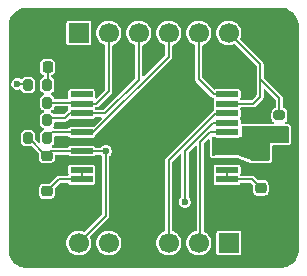
<source format=gbr>
%TF.GenerationSoftware,KiCad,Pcbnew,9.0.2*%
%TF.CreationDate,2025-06-17T22:54:35-04:00*%
%TF.ProjectId,SCH16TBreakout,53434831-3654-4427-9265-616b6f75742e,rev?*%
%TF.SameCoordinates,Original*%
%TF.FileFunction,Copper,L1,Top*%
%TF.FilePolarity,Positive*%
%FSLAX46Y46*%
G04 Gerber Fmt 4.6, Leading zero omitted, Abs format (unit mm)*
G04 Created by KiCad (PCBNEW 9.0.2) date 2025-06-17 22:54:35*
%MOMM*%
%LPD*%
G01*
G04 APERTURE LIST*
G04 Aperture macros list*
%AMRoundRect*
0 Rectangle with rounded corners*
0 $1 Rounding radius*
0 $2 $3 $4 $5 $6 $7 $8 $9 X,Y pos of 4 corners*
0 Add a 4 corners polygon primitive as box body*
4,1,4,$2,$3,$4,$5,$6,$7,$8,$9,$2,$3,0*
0 Add four circle primitives for the rounded corners*
1,1,$1+$1,$2,$3*
1,1,$1+$1,$4,$5*
1,1,$1+$1,$6,$7*
1,1,$1+$1,$8,$9*
0 Add four rect primitives between the rounded corners*
20,1,$1+$1,$2,$3,$4,$5,0*
20,1,$1+$1,$4,$5,$6,$7,0*
20,1,$1+$1,$6,$7,$8,$9,0*
20,1,$1+$1,$8,$9,$2,$3,0*%
G04 Aperture macros list end*
%TA.AperFunction,SMDPad,CuDef*%
%ADD10RoundRect,0.200000X-0.200000X-0.275000X0.200000X-0.275000X0.200000X0.275000X-0.200000X0.275000X0*%
%TD*%
%TA.AperFunction,SMDPad,CuDef*%
%ADD11RoundRect,0.200000X0.200000X0.275000X-0.200000X0.275000X-0.200000X-0.275000X0.200000X-0.275000X0*%
%TD*%
%TA.AperFunction,ComponentPad*%
%ADD12C,3.500000*%
%TD*%
%TA.AperFunction,ComponentPad*%
%ADD13R,1.700000X1.700000*%
%TD*%
%TA.AperFunction,ComponentPad*%
%ADD14C,1.700000*%
%TD*%
%TA.AperFunction,SMDPad,CuDef*%
%ADD15RoundRect,0.225000X-0.250000X0.225000X-0.250000X-0.225000X0.250000X-0.225000X0.250000X0.225000X0*%
%TD*%
%TA.AperFunction,SMDPad,CuDef*%
%ADD16RoundRect,0.200000X0.275000X-0.200000X0.275000X0.200000X-0.275000X0.200000X-0.275000X-0.200000X0*%
%TD*%
%TA.AperFunction,SMDPad,CuDef*%
%ADD17RoundRect,0.225000X0.250000X-0.225000X0.250000X0.225000X-0.250000X0.225000X-0.250000X-0.225000X0*%
%TD*%
%TA.AperFunction,SMDPad,CuDef*%
%ADD18RoundRect,0.218750X-0.218750X-0.256250X0.218750X-0.256250X0.218750X0.256250X-0.218750X0.256250X0*%
%TD*%
%TA.AperFunction,SMDPad,CuDef*%
%ADD19R,1.870000X0.500000*%
%TD*%
%TA.AperFunction,ViaPad*%
%ADD20C,0.600000*%
%TD*%
%TA.AperFunction,Conductor*%
%ADD21C,0.200000*%
%TD*%
G04 APERTURE END LIST*
D10*
%TO.P,R5,1*%
%TO.N,+3V3*%
X24900000Y-55200000D03*
%TO.P,R5,2*%
%TO.N,Net-(D1-A)*%
X26550000Y-55200000D03*
%TD*%
D11*
%TO.P,R4,1*%
%TO.N,/TA9*%
X26550000Y-56700000D03*
%TO.P,R4,2*%
%TO.N,GND*%
X24900000Y-56700000D03*
%TD*%
D12*
%TO.P,H3,1,1*%
%TO.N,GND*%
X45720000Y-50800000D03*
%TD*%
%TO.P,H2,1,1*%
%TO.N,GND*%
X45720000Y-68580000D03*
%TD*%
D10*
%TO.P,R2,1*%
%TO.N,+3V3*%
X24900000Y-59700000D03*
%TO.P,R2,2*%
%TO.N,/RST*%
X26550000Y-59700000D03*
%TD*%
D13*
%TO.P,J1,1,Pin_1*%
%TO.N,unconnected-(J1-Pin_1-Pad1)*%
X29210000Y-50800000D03*
D14*
%TO.P,J1,2,Pin_2*%
%TO.N,/TA9*%
X31750000Y-50800000D03*
%TO.P,J1,3,Pin_3*%
%TO.N,/TA8*%
X34289999Y-50800000D03*
%TO.P,J1,4,Pin_4*%
%TO.N,/RST*%
X36830000Y-50800000D03*
%TO.P,J1,5,Pin_5*%
%TO.N,/MOSI*%
X39370000Y-50800000D03*
%TO.P,J1,6,Pin_6*%
%TO.N,/~{CS}*%
X41910000Y-50800000D03*
%TD*%
D13*
%TO.P,J2,1,Pin_1*%
%TO.N,/DRY*%
X41910000Y-68580000D03*
D14*
%TO.P,J2,2,Pin_2*%
%TO.N,/MISO*%
X39370000Y-68580000D03*
%TO.P,J2,3,Pin_3*%
%TO.N,/SCK*%
X36830001Y-68580000D03*
%TO.P,J2,4,Pin_4*%
%TO.N,GND*%
X34290000Y-68580000D03*
%TO.P,J2,5,Pin_5*%
%TO.N,unconnected-(J2-Pin_5-Pad5)*%
X31750000Y-68580000D03*
%TO.P,J2,6,Pin_6*%
%TO.N,+3V3*%
X29210000Y-68580000D03*
%TD*%
D11*
%TO.P,R3,1*%
%TO.N,/TA8*%
X26550000Y-58200000D03*
%TO.P,R3,2*%
%TO.N,GND*%
X24900000Y-58200000D03*
%TD*%
D15*
%TO.P,C4,1*%
%TO.N,Net-(U1-VREGD)*%
X44610000Y-63925000D03*
%TO.P,C4,2*%
%TO.N,GND*%
X44610000Y-65475000D03*
%TD*%
D16*
%TO.P,R1,1*%
%TO.N,+3V3*%
X46200000Y-59425000D03*
%TO.P,R1,2*%
%TO.N,/~{CS}*%
X46200000Y-57775000D03*
%TD*%
D12*
%TO.P,H1,1,1*%
%TO.N,GND*%
X25400000Y-68580000D03*
%TD*%
D17*
%TO.P,C3,1*%
%TO.N,+3V3*%
X44610000Y-59375000D03*
%TO.P,C3,2*%
%TO.N,GND*%
X44610000Y-57825000D03*
%TD*%
D18*
%TO.P,D1,1,K*%
%TO.N,GND*%
X25000000Y-53700000D03*
%TO.P,D1,2,A*%
%TO.N,Net-(D1-A)*%
X26575000Y-53700000D03*
%TD*%
D15*
%TO.P,C5,1*%
%TO.N,Net-(U1-VREGA)*%
X26500000Y-64200000D03*
%TO.P,C5,2*%
%TO.N,GND*%
X26500000Y-65750000D03*
%TD*%
D12*
%TO.P,H4,1,1*%
%TO.N,GND*%
X25400000Y-50800000D03*
%TD*%
D15*
%TO.P,C2,1*%
%TO.N,+3V3*%
X26500000Y-61175000D03*
%TO.P,C2,2*%
%TO.N,GND*%
X26500000Y-62725000D03*
%TD*%
D19*
%TO.P,U1,1,HEATSINK_1*%
%TO.N,GND*%
X29445000Y-55200000D03*
%TO.P,U1,2,N.C.*%
%TO.N,unconnected-(U1-N.C.-Pad2)*%
X29445000Y-56000000D03*
%TO.P,U1,3,TA9*%
%TO.N,/TA9*%
X29445000Y-56800000D03*
%TO.P,U1,4,TA8*%
%TO.N,/TA8*%
X29445000Y-57600000D03*
%TO.P,U1,5,RESERVED_1*%
%TO.N,GND*%
X29445000Y-58400000D03*
%TO.P,U1,6,EXTRESN*%
%TO.N,/RST*%
X29445000Y-59200000D03*
%TO.P,U1,7,RESERVED_2*%
%TO.N,GND*%
X29445000Y-60000000D03*
%TO.P,U1,8,V3P3_1*%
%TO.N,+3V3*%
X29445000Y-60800000D03*
%TO.P,U1,9,GND_1*%
%TO.N,GND*%
X29445000Y-61600000D03*
%TO.P,U1,10,VREGA2*%
%TO.N,Net-(U1-VREGA)*%
X29445000Y-62400000D03*
%TO.P,U1,11,VREGA*%
X29445000Y-63200000D03*
%TO.P,U1,12,GND_2*%
%TO.N,GND*%
X29445000Y-64000000D03*
%TO.P,U1,13,GND_3*%
X41775000Y-64000000D03*
%TO.P,U1,14,VREGD2*%
%TO.N,Net-(U1-VREGD)*%
X41775000Y-63200000D03*
%TO.P,U1,15,VREGD*%
X41775000Y-62400000D03*
%TO.P,U1,16,GND_4*%
%TO.N,GND*%
X41775000Y-61600000D03*
%TO.P,U1,17,V3P3_2*%
%TO.N,+3V3*%
X41775000Y-60800000D03*
%TO.P,U1,18,VDDIO*%
X41775000Y-60000000D03*
%TO.P,U1,19,MISO*%
%TO.N,/MISO*%
X41775000Y-59200000D03*
%TO.P,U1,20,DRY_SYNC*%
%TO.N,/DRY*%
X41775000Y-58400000D03*
%TO.P,U1,21,SCK*%
%TO.N,/SCK*%
X41775000Y-57600000D03*
%TO.P,U1,22,CS*%
%TO.N,/~{CS}*%
X41775000Y-56800000D03*
%TO.P,U1,23,MOSI*%
%TO.N,/MOSI*%
X41775000Y-56000000D03*
%TO.P,U1,24,HEATSINK_2*%
%TO.N,GND*%
X41775000Y-55200000D03*
%TD*%
D15*
%TO.P,C1,1*%
%TO.N,+3V3*%
X44610000Y-60850000D03*
%TO.P,C1,2*%
%TO.N,GND*%
X44610000Y-62400000D03*
%TD*%
D20*
%TO.N,GND*%
X41900000Y-65000000D03*
X32700000Y-66500000D03*
X45400000Y-57000000D03*
X32600000Y-58400000D03*
X33300000Y-63800000D03*
X27900000Y-57300000D03*
X46900000Y-65900000D03*
X38900000Y-62600000D03*
X28800000Y-53700000D03*
X37500000Y-62400000D03*
X27900000Y-58600000D03*
X23800000Y-58000000D03*
X41800000Y-53700000D03*
X28500000Y-65400000D03*
X27600000Y-62100000D03*
X24500000Y-63400000D03*
%TO.N,+3V3*%
X24000000Y-55100000D03*
X31500000Y-60800000D03*
X43400000Y-60300000D03*
%TO.N,/DRY*%
X38200000Y-65100000D03*
%TD*%
D21*
%TO.N,+3V3*%
X26875000Y-60800000D02*
X26500000Y-61175000D01*
X29210000Y-68580000D02*
X31500000Y-66290000D01*
X26475000Y-61175000D02*
X26500000Y-61175000D01*
X41675000Y-60900000D02*
X41775000Y-60800000D01*
X31500000Y-66290000D02*
X31500000Y-60800000D01*
X24900000Y-59600000D02*
X26475000Y-61175000D01*
X29445000Y-60800000D02*
X31500000Y-60800000D01*
X29445000Y-60800000D02*
X26875000Y-60800000D01*
X24800000Y-55100000D02*
X24900000Y-55200000D01*
X24000000Y-55100000D02*
X24800000Y-55100000D01*
X44509999Y-60800000D02*
X44610000Y-60900001D01*
X44660000Y-59425000D02*
X44610000Y-59375000D01*
%TO.N,Net-(U1-VREGD)*%
X43885000Y-63200000D02*
X44610000Y-63925000D01*
X41775000Y-63200000D02*
X43885000Y-63200000D01*
X41775000Y-63200000D02*
X41775000Y-62400000D01*
%TO.N,Net-(U1-VREGA)*%
X27500000Y-63200000D02*
X29445000Y-63200000D01*
X26500000Y-64200000D02*
X27500000Y-63200000D01*
X29445000Y-63200000D02*
X29445000Y-62400000D01*
%TO.N,Net-(D1-A)*%
X26575000Y-53700000D02*
X26575000Y-55175000D01*
X26575000Y-55175000D02*
X26550000Y-55200000D01*
%TO.N,/~{CS}*%
X46200000Y-56340000D02*
X44560000Y-54700000D01*
X44560000Y-54700000D02*
X44560000Y-53450000D01*
X46200000Y-57775000D02*
X46200000Y-56340000D01*
X44560000Y-56200000D02*
X44560000Y-54700000D01*
X43960000Y-56800000D02*
X41775000Y-56800000D01*
X41910000Y-50800000D02*
X44560000Y-53450000D01*
X44560000Y-56200000D02*
X43960000Y-56800000D01*
%TO.N,/RST*%
X26550000Y-59600000D02*
X26950000Y-59200000D01*
X26950000Y-59200000D02*
X29445000Y-59200000D01*
X36830000Y-50800000D02*
X36830000Y-52802000D01*
X36830000Y-52802000D02*
X30432000Y-59200000D01*
X30432000Y-59200000D02*
X29445000Y-59200000D01*
X29345000Y-59300000D02*
X29445000Y-59200000D01*
%TO.N,/TA9*%
X29445000Y-56800000D02*
X30700000Y-56800000D01*
X31750000Y-55750000D02*
X31750000Y-50800000D01*
X29345000Y-56700000D02*
X29445000Y-56800000D01*
X30700000Y-56800000D02*
X31750000Y-55750000D01*
X26550000Y-56700000D02*
X29345000Y-56700000D01*
%TO.N,/TA8*%
X26751000Y-57999000D02*
X26550000Y-58200000D01*
X28050943Y-57999000D02*
X26751000Y-57999000D01*
X31464900Y-57600000D02*
X29445000Y-57600000D01*
X29445000Y-57600000D02*
X28449943Y-57600000D01*
X34289999Y-50800000D02*
X34289999Y-54774901D01*
X34289999Y-54774901D02*
X31464900Y-57600000D01*
X28449943Y-57600000D02*
X28050943Y-57999000D01*
%TO.N,/MOSI*%
X40640000Y-56000000D02*
X41775000Y-56000000D01*
X39370000Y-54730000D02*
X40640000Y-56000000D01*
X39370000Y-50800000D02*
X39370000Y-54730000D01*
%TO.N,/DRY*%
X38200000Y-60767100D02*
X40567100Y-58400000D01*
X40567100Y-58400000D02*
X41775000Y-58400000D01*
X38200000Y-65100000D02*
X38200000Y-60767100D01*
%TO.N,/SCK*%
X40800000Y-57600000D02*
X41775000Y-57600000D01*
X36830001Y-61569999D02*
X40800000Y-57600000D01*
X36830001Y-68580000D02*
X36830001Y-61569999D01*
%TO.N,/MISO*%
X39370000Y-68580000D02*
X39500000Y-68450000D01*
X39500000Y-68450000D02*
X39500000Y-60034200D01*
X40334200Y-59200000D02*
X41775000Y-59200000D01*
X39500000Y-60034200D02*
X40334200Y-59200000D01*
%TD*%
%TA.AperFunction,Conductor*%
%TO.N,+3V3*%
G36*
X46959191Y-58718907D02*
G01*
X46995155Y-58768407D01*
X47000000Y-58799000D01*
X47000000Y-60001000D01*
X46981093Y-60059191D01*
X46931593Y-60095155D01*
X46901000Y-60100000D01*
X45400000Y-60100000D01*
X45400000Y-60100001D01*
X45400000Y-61501000D01*
X45381093Y-61559191D01*
X45331593Y-61595155D01*
X45301000Y-61600000D01*
X43819065Y-61600000D01*
X43782297Y-61592919D01*
X42897978Y-61239191D01*
X42862971Y-61210814D01*
X42861445Y-61212341D01*
X42854551Y-61205447D01*
X42788233Y-61161134D01*
X42788231Y-61161133D01*
X42788228Y-61161132D01*
X42788227Y-61161132D01*
X42729758Y-61149501D01*
X42729748Y-61149500D01*
X40820252Y-61149500D01*
X40820251Y-61149500D01*
X40820241Y-61149501D01*
X40761772Y-61161132D01*
X40761770Y-61161132D01*
X40761769Y-61161133D01*
X40761767Y-61161133D01*
X40761765Y-61161135D01*
X40728571Y-61183315D01*
X40673569Y-61200000D01*
X40599000Y-61200000D01*
X40540809Y-61181093D01*
X40504845Y-61131593D01*
X40500000Y-61101000D01*
X40500000Y-59699000D01*
X40518907Y-59640809D01*
X40568407Y-59604845D01*
X40599000Y-59600000D01*
X40673569Y-59600000D01*
X40728571Y-59616685D01*
X40749482Y-59630656D01*
X40761769Y-59638867D01*
X40806231Y-59647711D01*
X40820241Y-59650498D01*
X40820246Y-59650498D01*
X40820252Y-59650500D01*
X40820253Y-59650500D01*
X42729747Y-59650500D01*
X42729748Y-59650500D01*
X42788231Y-59638867D01*
X42809517Y-59624643D01*
X42821429Y-59616685D01*
X42876431Y-59600000D01*
X42999999Y-59600000D01*
X43000000Y-59600000D01*
X43000000Y-58799000D01*
X43018907Y-58740809D01*
X43068407Y-58704845D01*
X43099000Y-58700000D01*
X46901000Y-58700000D01*
X46959191Y-58718907D01*
G37*
%TD.AperFunction*%
%TD*%
%TA.AperFunction,Conductor*%
%TO.N,GND*%
G36*
X31125712Y-57919407D02*
G01*
X31161676Y-57968907D01*
X31161676Y-58030093D01*
X31137524Y-58069504D01*
X30485358Y-58721668D01*
X30430842Y-58749445D01*
X30404693Y-58748939D01*
X30404591Y-58749977D01*
X30399749Y-58749500D01*
X30399748Y-58749500D01*
X28490252Y-58749500D01*
X28490251Y-58749500D01*
X28490241Y-58749501D01*
X28431772Y-58761132D01*
X28431766Y-58761134D01*
X28365451Y-58805445D01*
X28365445Y-58805451D01*
X28332002Y-58855502D01*
X28283951Y-58893381D01*
X28249687Y-58899500D01*
X27130899Y-58899500D01*
X27072708Y-58880593D01*
X27036744Y-58831093D01*
X27036744Y-58769907D01*
X27060893Y-58730498D01*
X27078050Y-58713342D01*
X27135646Y-58600304D01*
X27147817Y-58523462D01*
X27150500Y-58506521D01*
X27150500Y-58398500D01*
X27169407Y-58340309D01*
X27218907Y-58304345D01*
X27249500Y-58299500D01*
X28090506Y-58299500D01*
X28090506Y-58299499D01*
X28166932Y-58279021D01*
X28235454Y-58239460D01*
X28291403Y-58183511D01*
X28397920Y-58076992D01*
X28452434Y-58049216D01*
X28487235Y-58049899D01*
X28490252Y-58050500D01*
X28490258Y-58050500D01*
X30399747Y-58050500D01*
X30399748Y-58050500D01*
X30458231Y-58038867D01*
X30524552Y-57994552D01*
X30544780Y-57964278D01*
X30557998Y-57944498D01*
X30606049Y-57906619D01*
X30640313Y-57900500D01*
X31067521Y-57900500D01*
X31125712Y-57919407D01*
G37*
%TD.AperFunction*%
%TA.AperFunction,Conductor*%
G36*
X28272669Y-57019407D02*
G01*
X28308633Y-57068907D01*
X28311575Y-57080184D01*
X28320518Y-57125139D01*
X28321133Y-57128231D01*
X28321134Y-57128232D01*
X28332337Y-57144999D01*
X28348945Y-57203887D01*
X28341392Y-57238109D01*
X28337684Y-57246998D01*
X28321133Y-57271769D01*
X28315461Y-57300281D01*
X28311660Y-57309396D01*
X28297850Y-57325485D01*
X28287488Y-57343987D01*
X28272482Y-57355040D01*
X28271810Y-57355824D01*
X28271232Y-57355961D01*
X28269794Y-57357021D01*
X28265434Y-57359538D01*
X28265431Y-57359540D01*
X27955467Y-57669504D01*
X27900951Y-57697281D01*
X27885464Y-57698500D01*
X27130899Y-57698500D01*
X27072708Y-57679593D01*
X27060901Y-57669509D01*
X26988342Y-57596950D01*
X26988339Y-57596948D01*
X26873058Y-57538209D01*
X26829793Y-57494945D01*
X26820222Y-57434513D01*
X26848000Y-57379996D01*
X26873058Y-57361791D01*
X26975887Y-57309396D01*
X26988342Y-57303050D01*
X27078050Y-57213342D01*
X27135646Y-57100304D01*
X27138226Y-57084013D01*
X27166003Y-57029497D01*
X27220519Y-57001719D01*
X27236007Y-57000500D01*
X28214478Y-57000500D01*
X28272669Y-57019407D01*
G37*
%TD.AperFunction*%
%TA.AperFunction,Conductor*%
G36*
X45029504Y-55594475D02*
G01*
X45870504Y-56435475D01*
X45898281Y-56489992D01*
X45899500Y-56505479D01*
X45899500Y-57088992D01*
X45880593Y-57147183D01*
X45831093Y-57183147D01*
X45815987Y-57186773D01*
X45799699Y-57189352D01*
X45799695Y-57189354D01*
X45686659Y-57246949D01*
X45596949Y-57336659D01*
X45539354Y-57449695D01*
X45524500Y-57543477D01*
X45524500Y-58006520D01*
X45524501Y-58006523D01*
X45539352Y-58100299D01*
X45539354Y-58100304D01*
X45596950Y-58213342D01*
X45686658Y-58303050D01*
X45686660Y-58303051D01*
X45694981Y-58307291D01*
X45738246Y-58350555D01*
X45747817Y-58410987D01*
X45720039Y-58465504D01*
X45665523Y-58493281D01*
X45650036Y-58494500D01*
X43099000Y-58494500D01*
X43066856Y-58497030D01*
X43036273Y-58501873D01*
X43026075Y-58503605D01*
X42965540Y-58494707D01*
X42921796Y-58451927D01*
X42910500Y-58406002D01*
X42910500Y-58130253D01*
X42910498Y-58130241D01*
X42899906Y-58076994D01*
X42898867Y-58071769D01*
X42887663Y-58055002D01*
X42871054Y-57996115D01*
X42887664Y-57944997D01*
X42898867Y-57928231D01*
X42910500Y-57869748D01*
X42910500Y-57330252D01*
X42898867Y-57271769D01*
X42887663Y-57255002D01*
X42880345Y-57229056D01*
X42871050Y-57203762D01*
X42872132Y-57199940D01*
X42871054Y-57196115D01*
X42887732Y-57144895D01*
X42888067Y-57144395D01*
X42936164Y-57106576D01*
X42970313Y-57100500D01*
X43999563Y-57100500D01*
X43999563Y-57100499D01*
X44075989Y-57080021D01*
X44144511Y-57040460D01*
X44200460Y-56984511D01*
X44800460Y-56384511D01*
X44813957Y-56361133D01*
X44840021Y-56315989D01*
X44860500Y-56239562D01*
X44860500Y-55664479D01*
X44879407Y-55606288D01*
X44928907Y-55570324D01*
X44990093Y-55570324D01*
X45029504Y-55594475D01*
G37*
%TD.AperFunction*%
%TA.AperFunction,Conductor*%
G36*
X46263522Y-48660752D02*
G01*
X46290016Y-48662646D01*
X46480577Y-48676276D01*
X46494540Y-48678283D01*
X46703721Y-48723788D01*
X46717261Y-48727764D01*
X46917833Y-48802574D01*
X46930659Y-48808431D01*
X47118545Y-48911024D01*
X47130417Y-48918654D01*
X47301781Y-49046936D01*
X47312456Y-49056185D01*
X47463814Y-49207543D01*
X47473063Y-49218218D01*
X47601345Y-49389582D01*
X47608977Y-49401458D01*
X47711565Y-49589334D01*
X47717429Y-49602174D01*
X47792233Y-49802731D01*
X47796213Y-49816284D01*
X47841714Y-50025449D01*
X47843724Y-50039430D01*
X47859248Y-50256476D01*
X47859500Y-50263539D01*
X47859500Y-69116460D01*
X47859248Y-69123523D01*
X47843724Y-69340569D01*
X47841714Y-69354550D01*
X47796213Y-69563715D01*
X47792233Y-69577268D01*
X47717429Y-69777825D01*
X47711561Y-69790674D01*
X47608982Y-69978534D01*
X47601345Y-69990417D01*
X47473063Y-70161781D01*
X47463814Y-70172456D01*
X47312456Y-70323814D01*
X47301781Y-70333063D01*
X47130417Y-70461345D01*
X47118534Y-70468982D01*
X46930674Y-70571561D01*
X46917825Y-70577429D01*
X46717268Y-70652233D01*
X46703715Y-70656213D01*
X46494550Y-70701714D01*
X46480569Y-70703724D01*
X46263523Y-70719248D01*
X46256460Y-70719500D01*
X24863540Y-70719500D01*
X24856477Y-70719248D01*
X24639430Y-70703724D01*
X24625449Y-70701714D01*
X24416284Y-70656213D01*
X24402731Y-70652233D01*
X24202174Y-70577429D01*
X24189334Y-70571565D01*
X24001458Y-70468977D01*
X23989582Y-70461345D01*
X23818218Y-70333063D01*
X23807543Y-70323814D01*
X23656185Y-70172456D01*
X23646936Y-70161781D01*
X23518654Y-69990417D01*
X23511024Y-69978545D01*
X23408431Y-69790659D01*
X23402574Y-69777833D01*
X23327764Y-69577261D01*
X23323788Y-69563721D01*
X23278283Y-69354540D01*
X23276276Y-69340577D01*
X23260752Y-69123522D01*
X23260500Y-69116460D01*
X23260500Y-63941510D01*
X25824500Y-63941510D01*
X25824500Y-64458489D01*
X25840281Y-64558125D01*
X25840283Y-64558132D01*
X25901470Y-64678217D01*
X25901472Y-64678220D01*
X25996780Y-64773528D01*
X25996782Y-64773529D01*
X26116867Y-64834716D01*
X26116869Y-64834716D01*
X26116874Y-64834719D01*
X26192541Y-64846703D01*
X26216510Y-64850500D01*
X26216512Y-64850500D01*
X26783490Y-64850500D01*
X26804885Y-64847111D01*
X26883126Y-64834719D01*
X27003220Y-64773528D01*
X27098528Y-64678220D01*
X27159719Y-64558126D01*
X27175500Y-64458488D01*
X27175500Y-63990479D01*
X27194407Y-63932288D01*
X27204496Y-63920475D01*
X27595475Y-63529496D01*
X27649992Y-63501719D01*
X27665479Y-63500500D01*
X28249687Y-63500500D01*
X28307878Y-63519407D01*
X28332002Y-63544498D01*
X28365445Y-63594548D01*
X28365448Y-63594552D01*
X28431769Y-63638867D01*
X28464990Y-63645475D01*
X28490241Y-63650498D01*
X28490246Y-63650498D01*
X28490252Y-63650500D01*
X28490253Y-63650500D01*
X30399747Y-63650500D01*
X30399748Y-63650500D01*
X30458231Y-63638867D01*
X30524552Y-63594552D01*
X30568867Y-63528231D01*
X30580500Y-63469748D01*
X30580500Y-62930252D01*
X30568867Y-62871769D01*
X30557663Y-62855001D01*
X30541054Y-62796115D01*
X30557664Y-62744997D01*
X30568867Y-62728231D01*
X30580500Y-62669748D01*
X30580500Y-62130252D01*
X30568867Y-62071769D01*
X30524552Y-62005448D01*
X30524548Y-62005445D01*
X30458233Y-61961134D01*
X30458231Y-61961133D01*
X30458228Y-61961132D01*
X30458227Y-61961132D01*
X30399758Y-61949501D01*
X30399748Y-61949500D01*
X28490252Y-61949500D01*
X28490251Y-61949500D01*
X28490241Y-61949501D01*
X28431772Y-61961132D01*
X28431766Y-61961134D01*
X28365451Y-62005445D01*
X28365445Y-62005451D01*
X28321134Y-62071766D01*
X28321132Y-62071772D01*
X28309501Y-62130241D01*
X28309500Y-62130253D01*
X28309500Y-62669746D01*
X28309501Y-62669758D01*
X28321132Y-62728227D01*
X28321133Y-62728231D01*
X28321134Y-62728232D01*
X28332337Y-62744999D01*
X28339636Y-62770880D01*
X28348944Y-62796101D01*
X28347846Y-62799993D01*
X28348945Y-62803887D01*
X28332343Y-62854991D01*
X28332009Y-62855491D01*
X28283964Y-62893377D01*
X28249687Y-62899500D01*
X27539562Y-62899500D01*
X27460438Y-62899500D01*
X27413661Y-62912033D01*
X27384007Y-62919979D01*
X27315493Y-62959536D01*
X26754525Y-63520504D01*
X26700008Y-63548281D01*
X26684521Y-63549500D01*
X26216510Y-63549500D01*
X26116874Y-63565281D01*
X26116867Y-63565283D01*
X25996782Y-63626470D01*
X25901470Y-63721782D01*
X25840283Y-63841867D01*
X25840281Y-63841874D01*
X25824500Y-63941510D01*
X23260500Y-63941510D01*
X23260500Y-59393477D01*
X24299500Y-59393477D01*
X24299500Y-60006520D01*
X24299501Y-60006523D01*
X24314352Y-60100299D01*
X24314354Y-60100304D01*
X24371950Y-60213342D01*
X24461658Y-60303050D01*
X24574696Y-60360646D01*
X24668481Y-60375500D01*
X25131518Y-60375499D01*
X25184434Y-60367118D01*
X25244864Y-60376689D01*
X25269924Y-60394895D01*
X25795504Y-60920475D01*
X25823281Y-60974992D01*
X25824500Y-60990479D01*
X25824500Y-61433489D01*
X25840281Y-61533125D01*
X25840283Y-61533132D01*
X25901470Y-61653217D01*
X25901472Y-61653220D01*
X25996780Y-61748528D01*
X25996782Y-61748529D01*
X26116867Y-61809716D01*
X26116869Y-61809716D01*
X26116874Y-61809719D01*
X26192541Y-61821703D01*
X26216510Y-61825500D01*
X26216512Y-61825500D01*
X26783490Y-61825500D01*
X26804885Y-61822111D01*
X26883126Y-61809719D01*
X27003220Y-61748528D01*
X27098528Y-61653220D01*
X27159719Y-61533126D01*
X27175500Y-61433488D01*
X27175500Y-61199500D01*
X27194407Y-61141309D01*
X27243907Y-61105345D01*
X27274500Y-61100500D01*
X28249687Y-61100500D01*
X28307878Y-61119407D01*
X28332002Y-61144498D01*
X28347894Y-61168281D01*
X28365448Y-61194552D01*
X28431769Y-61238867D01*
X28476231Y-61247711D01*
X28490241Y-61250498D01*
X28490246Y-61250498D01*
X28490252Y-61250500D01*
X28490253Y-61250500D01*
X30399747Y-61250500D01*
X30399748Y-61250500D01*
X30458231Y-61238867D01*
X30524552Y-61194552D01*
X30557998Y-61144498D01*
X30606049Y-61106619D01*
X30640313Y-61100500D01*
X31051679Y-61100500D01*
X31059276Y-61102968D01*
X31067166Y-61101719D01*
X31087821Y-61112243D01*
X31109870Y-61119407D01*
X31121676Y-61129490D01*
X31170505Y-61178319D01*
X31198281Y-61232834D01*
X31199500Y-61248321D01*
X31199500Y-66124520D01*
X31180593Y-66182711D01*
X31170504Y-66194524D01*
X29760292Y-67604736D01*
X29705775Y-67632513D01*
X29652402Y-67626196D01*
X29516418Y-67569869D01*
X29313467Y-67529500D01*
X29313465Y-67529500D01*
X29106535Y-67529500D01*
X29106532Y-67529500D01*
X28903581Y-67569869D01*
X28712402Y-67649058D01*
X28540348Y-67764020D01*
X28394020Y-67910348D01*
X28279058Y-68082402D01*
X28199869Y-68273581D01*
X28159500Y-68476532D01*
X28159500Y-68683467D01*
X28199869Y-68886418D01*
X28279058Y-69077597D01*
X28307391Y-69120000D01*
X28394023Y-69249655D01*
X28540345Y-69395977D01*
X28712402Y-69510941D01*
X28903580Y-69590130D01*
X29106535Y-69630500D01*
X29106536Y-69630500D01*
X29313464Y-69630500D01*
X29313465Y-69630500D01*
X29516420Y-69590130D01*
X29707598Y-69510941D01*
X29879655Y-69395977D01*
X30025977Y-69249655D01*
X30140941Y-69077598D01*
X30220130Y-68886420D01*
X30260500Y-68683465D01*
X30260500Y-68476535D01*
X30260499Y-68476532D01*
X30699500Y-68476532D01*
X30699500Y-68683467D01*
X30739869Y-68886418D01*
X30819058Y-69077597D01*
X30847391Y-69120000D01*
X30934023Y-69249655D01*
X31080345Y-69395977D01*
X31252402Y-69510941D01*
X31443580Y-69590130D01*
X31646535Y-69630500D01*
X31646536Y-69630500D01*
X31853464Y-69630500D01*
X31853465Y-69630500D01*
X32056420Y-69590130D01*
X32247598Y-69510941D01*
X32419655Y-69395977D01*
X32565977Y-69249655D01*
X32680941Y-69077598D01*
X32760130Y-68886420D01*
X32800500Y-68683465D01*
X32800500Y-68476535D01*
X32800499Y-68476532D01*
X35779501Y-68476532D01*
X35779501Y-68683467D01*
X35819870Y-68886418D01*
X35899059Y-69077597D01*
X35927392Y-69120000D01*
X36014024Y-69249655D01*
X36160346Y-69395977D01*
X36332403Y-69510941D01*
X36523581Y-69590130D01*
X36726536Y-69630500D01*
X36726537Y-69630500D01*
X36933465Y-69630500D01*
X36933466Y-69630500D01*
X37136421Y-69590130D01*
X37327599Y-69510941D01*
X37499656Y-69395977D01*
X37645978Y-69249655D01*
X37760942Y-69077598D01*
X37840131Y-68886420D01*
X37880501Y-68683465D01*
X37880501Y-68476535D01*
X37840131Y-68273580D01*
X37760942Y-68082402D01*
X37645978Y-67910345D01*
X37499656Y-67764023D01*
X37419181Y-67710252D01*
X37327599Y-67649059D01*
X37191614Y-67592731D01*
X37145089Y-67552994D01*
X37130501Y-67501267D01*
X37130501Y-61735478D01*
X37149408Y-61677287D01*
X37159497Y-61665474D01*
X37730496Y-61094475D01*
X37785013Y-61066698D01*
X37845445Y-61076269D01*
X37888710Y-61119534D01*
X37899500Y-61164479D01*
X37899500Y-64651679D01*
X37880593Y-64709870D01*
X37870509Y-64721676D01*
X37818658Y-64773528D01*
X37799497Y-64792689D01*
X37799496Y-64792690D01*
X37733609Y-64906809D01*
X37733608Y-64906814D01*
X37699500Y-65034108D01*
X37699500Y-65165892D01*
X37729579Y-65278151D01*
X37733609Y-65293190D01*
X37799496Y-65407309D01*
X37799498Y-65407311D01*
X37799500Y-65407314D01*
X37892686Y-65500500D01*
X37892688Y-65500501D01*
X37892690Y-65500503D01*
X38006810Y-65566390D01*
X38006808Y-65566390D01*
X38006812Y-65566391D01*
X38006814Y-65566392D01*
X38134108Y-65600500D01*
X38134110Y-65600500D01*
X38265890Y-65600500D01*
X38265892Y-65600500D01*
X38393186Y-65566392D01*
X38393188Y-65566390D01*
X38393190Y-65566390D01*
X38507309Y-65500503D01*
X38507309Y-65500502D01*
X38507314Y-65500500D01*
X38600500Y-65407314D01*
X38666392Y-65293186D01*
X38700500Y-65165892D01*
X38700500Y-65034108D01*
X38666392Y-64906814D01*
X38666390Y-64906811D01*
X38666390Y-64906809D01*
X38600503Y-64792690D01*
X38600501Y-64792688D01*
X38600500Y-64792686D01*
X38529494Y-64721680D01*
X38501719Y-64667166D01*
X38500500Y-64651679D01*
X38500500Y-60932579D01*
X38519407Y-60874388D01*
X38529496Y-60862575D01*
X39030496Y-60361575D01*
X39085013Y-60333798D01*
X39145445Y-60343369D01*
X39188710Y-60386634D01*
X39199500Y-60431579D01*
X39199500Y-67461586D01*
X39180593Y-67519777D01*
X39131093Y-67555741D01*
X39119815Y-67558684D01*
X39063580Y-67569870D01*
X38872402Y-67649058D01*
X38700348Y-67764020D01*
X38554020Y-67910348D01*
X38439058Y-68082402D01*
X38359869Y-68273581D01*
X38319500Y-68476532D01*
X38319500Y-68683467D01*
X38359869Y-68886418D01*
X38439058Y-69077597D01*
X38467391Y-69120000D01*
X38554023Y-69249655D01*
X38700345Y-69395977D01*
X38872402Y-69510941D01*
X39063580Y-69590130D01*
X39266535Y-69630500D01*
X39266536Y-69630500D01*
X39473464Y-69630500D01*
X39473465Y-69630500D01*
X39676420Y-69590130D01*
X39867598Y-69510941D01*
X40039655Y-69395977D01*
X40185977Y-69249655D01*
X40300941Y-69077598D01*
X40380130Y-68886420D01*
X40420500Y-68683465D01*
X40420500Y-68476535D01*
X40380130Y-68273580D01*
X40300941Y-68082402D01*
X40185977Y-67910345D01*
X40039655Y-67764023D01*
X39959182Y-67710253D01*
X40859500Y-67710253D01*
X40859500Y-69449746D01*
X40859501Y-69449758D01*
X40871132Y-69508227D01*
X40871134Y-69508233D01*
X40908207Y-69563715D01*
X40915448Y-69574552D01*
X40981769Y-69618867D01*
X41026231Y-69627711D01*
X41040241Y-69630498D01*
X41040246Y-69630498D01*
X41040252Y-69630500D01*
X41040253Y-69630500D01*
X42779747Y-69630500D01*
X42779748Y-69630500D01*
X42838231Y-69618867D01*
X42904552Y-69574552D01*
X42948867Y-69508231D01*
X42960500Y-69449748D01*
X42960500Y-67710252D01*
X42948867Y-67651769D01*
X42904552Y-67585448D01*
X42904548Y-67585445D01*
X42838233Y-67541134D01*
X42838231Y-67541133D01*
X42838228Y-67541132D01*
X42838227Y-67541132D01*
X42779758Y-67529501D01*
X42779748Y-67529500D01*
X41040252Y-67529500D01*
X41040251Y-67529500D01*
X41040241Y-67529501D01*
X40981772Y-67541132D01*
X40981766Y-67541134D01*
X40915451Y-67585445D01*
X40915445Y-67585451D01*
X40871134Y-67651766D01*
X40871132Y-67651772D01*
X40859501Y-67710241D01*
X40859500Y-67710253D01*
X39959182Y-67710253D01*
X39867598Y-67649059D01*
X39867595Y-67649057D01*
X39861608Y-67646577D01*
X39815085Y-67606837D01*
X39800500Y-67555116D01*
X39800500Y-62130253D01*
X40639500Y-62130253D01*
X40639500Y-62669746D01*
X40639501Y-62669758D01*
X40651132Y-62728227D01*
X40651133Y-62728231D01*
X40651134Y-62728232D01*
X40662337Y-62744999D01*
X40678945Y-62803887D01*
X40662337Y-62855001D01*
X40651134Y-62871767D01*
X40651132Y-62871772D01*
X40639501Y-62930241D01*
X40639500Y-62930250D01*
X40639500Y-63469746D01*
X40639501Y-63469758D01*
X40651132Y-63528227D01*
X40651134Y-63528233D01*
X40676949Y-63566867D01*
X40695448Y-63594552D01*
X40761769Y-63638867D01*
X40794990Y-63645475D01*
X40820241Y-63650498D01*
X40820246Y-63650498D01*
X40820252Y-63650500D01*
X40820253Y-63650500D01*
X42729747Y-63650500D01*
X42729748Y-63650500D01*
X42788231Y-63638867D01*
X42854552Y-63594552D01*
X42874780Y-63564278D01*
X42887998Y-63544498D01*
X42936049Y-63506619D01*
X42970313Y-63500500D01*
X43719521Y-63500500D01*
X43727118Y-63502968D01*
X43735008Y-63501719D01*
X43755663Y-63512243D01*
X43777712Y-63519407D01*
X43789525Y-63529496D01*
X43905504Y-63645475D01*
X43933281Y-63699992D01*
X43934500Y-63715479D01*
X43934500Y-64183489D01*
X43950281Y-64283125D01*
X43950283Y-64283132D01*
X44011470Y-64403217D01*
X44011472Y-64403220D01*
X44106780Y-64498528D01*
X44106782Y-64498529D01*
X44226867Y-64559716D01*
X44226869Y-64559716D01*
X44226874Y-64559719D01*
X44302541Y-64571703D01*
X44326510Y-64575500D01*
X44326512Y-64575500D01*
X44893490Y-64575500D01*
X44914885Y-64572111D01*
X44993126Y-64559719D01*
X44996253Y-64558126D01*
X45004849Y-64553745D01*
X45113220Y-64498528D01*
X45208528Y-64403220D01*
X45269719Y-64283126D01*
X45285500Y-64183488D01*
X45285500Y-63666512D01*
X45269719Y-63566874D01*
X45269716Y-63566869D01*
X45269716Y-63566867D01*
X45208529Y-63446782D01*
X45208528Y-63446780D01*
X45113220Y-63351472D01*
X45113217Y-63351470D01*
X44993132Y-63290283D01*
X44993127Y-63290281D01*
X44993126Y-63290281D01*
X44959913Y-63285020D01*
X44893490Y-63274500D01*
X44893488Y-63274500D01*
X44425479Y-63274500D01*
X44367288Y-63255593D01*
X44355476Y-63245504D01*
X44069513Y-62959542D01*
X44069511Y-62959540D01*
X44018782Y-62930252D01*
X44018763Y-62930241D01*
X44000990Y-62919979D01*
X44000988Y-62919978D01*
X43924564Y-62899500D01*
X43924562Y-62899500D01*
X42970313Y-62899500D01*
X42953660Y-62894089D01*
X42936164Y-62893424D01*
X42925285Y-62884869D01*
X42912122Y-62880593D01*
X42888067Y-62855605D01*
X42887732Y-62855105D01*
X42871050Y-62796238D01*
X42887664Y-62744997D01*
X42898867Y-62728231D01*
X42910500Y-62669748D01*
X42910500Y-62130252D01*
X42898867Y-62071769D01*
X42854552Y-62005448D01*
X42854548Y-62005445D01*
X42788233Y-61961134D01*
X42788231Y-61961133D01*
X42788228Y-61961132D01*
X42788227Y-61961132D01*
X42729758Y-61949501D01*
X42729748Y-61949500D01*
X40820252Y-61949500D01*
X40820251Y-61949500D01*
X40820241Y-61949501D01*
X40761772Y-61961132D01*
X40761766Y-61961134D01*
X40695451Y-62005445D01*
X40695445Y-62005451D01*
X40651134Y-62071766D01*
X40651132Y-62071772D01*
X40639501Y-62130241D01*
X40639500Y-62130253D01*
X39800500Y-62130253D01*
X39800500Y-60199678D01*
X39819407Y-60141487D01*
X39829490Y-60129680D01*
X40125496Y-59833673D01*
X40180013Y-59805897D01*
X40240445Y-59815468D01*
X40283710Y-59858733D01*
X40294500Y-59903678D01*
X40294500Y-61101000D01*
X40294997Y-61107309D01*
X40297030Y-61133143D01*
X40301883Y-61163793D01*
X40302646Y-61168281D01*
X40302647Y-61168286D01*
X40338591Y-61252382D01*
X40338592Y-61252383D01*
X40374556Y-61301883D01*
X40398797Y-61329628D01*
X40477307Y-61376536D01*
X40535498Y-61395443D01*
X40543126Y-61396651D01*
X40598996Y-61405500D01*
X40599000Y-61405500D01*
X40673573Y-61405500D01*
X40703396Y-61401075D01*
X40733224Y-61396651D01*
X40788226Y-61379966D01*
X40820913Y-61364505D01*
X40863241Y-61355000D01*
X42678176Y-61355000D01*
X42679372Y-61355388D01*
X42680579Y-61355029D01*
X42700048Y-61362106D01*
X42736367Y-61373907D01*
X42738293Y-61375343D01*
X42739102Y-61375961D01*
X42752169Y-61386379D01*
X42753206Y-61386741D01*
X42760028Y-61391955D01*
X42760353Y-61392427D01*
X42762251Y-61393705D01*
X42768573Y-61398830D01*
X42821657Y-61429993D01*
X42821662Y-61429995D01*
X42821666Y-61429997D01*
X43705971Y-61783719D01*
X43705976Y-61783721D01*
X43743435Y-61794711D01*
X43743439Y-61794711D01*
X43743440Y-61794712D01*
X43780201Y-61801792D01*
X43780211Y-61801793D01*
X43819053Y-61805499D01*
X43819059Y-61805499D01*
X43819065Y-61805500D01*
X43819067Y-61805500D01*
X45300993Y-61805500D01*
X45301000Y-61805500D01*
X45333144Y-61802970D01*
X45363737Y-61798125D01*
X45363748Y-61798123D01*
X45363793Y-61798116D01*
X45368281Y-61797353D01*
X45368280Y-61797353D01*
X45368287Y-61797352D01*
X45452383Y-61761408D01*
X45501883Y-61725444D01*
X45529628Y-61701203D01*
X45576536Y-61622693D01*
X45595443Y-61564502D01*
X45600838Y-61530437D01*
X45605500Y-61501003D01*
X45605500Y-60404500D01*
X45624407Y-60346309D01*
X45673907Y-60310345D01*
X45704500Y-60305500D01*
X46900993Y-60305500D01*
X46901000Y-60305500D01*
X46933144Y-60302970D01*
X46963737Y-60298125D01*
X46963748Y-60298123D01*
X46963793Y-60298116D01*
X46968281Y-60297353D01*
X46968280Y-60297353D01*
X46968287Y-60297352D01*
X47052383Y-60261408D01*
X47101883Y-60225444D01*
X47129628Y-60201203D01*
X47176536Y-60122693D01*
X47195443Y-60064502D01*
X47199465Y-60039101D01*
X47205500Y-60001003D01*
X47205500Y-58799006D01*
X47205500Y-58799000D01*
X47202970Y-58766856D01*
X47198125Y-58736263D01*
X47198116Y-58736206D01*
X47197353Y-58731718D01*
X47197352Y-58731713D01*
X47161408Y-58647617D01*
X47125444Y-58598117D01*
X47101203Y-58570372D01*
X47022693Y-58523464D01*
X47022691Y-58523463D01*
X47022689Y-58523462D01*
X46964499Y-58504556D01*
X46964500Y-58504556D01*
X46901003Y-58494500D01*
X46901000Y-58494500D01*
X46749964Y-58494500D01*
X46691773Y-58475593D01*
X46655809Y-58426093D01*
X46655809Y-58364907D01*
X46691773Y-58315407D01*
X46705019Y-58307291D01*
X46710800Y-58304345D01*
X46713342Y-58303050D01*
X46803050Y-58213342D01*
X46860646Y-58100304D01*
X46875500Y-58006519D01*
X46875499Y-57543482D01*
X46860646Y-57449696D01*
X46803050Y-57336658D01*
X46713342Y-57246950D01*
X46600304Y-57189354D01*
X46600306Y-57189354D01*
X46584010Y-57186773D01*
X46529494Y-57158993D01*
X46501718Y-57104476D01*
X46500500Y-57088992D01*
X46500500Y-56300437D01*
X46500499Y-56300435D01*
X46484188Y-56239564D01*
X46480021Y-56224011D01*
X46440460Y-56155489D01*
X46384511Y-56099539D01*
X46384511Y-56099540D01*
X44889496Y-54604525D01*
X44861719Y-54550008D01*
X44860500Y-54534521D01*
X44860500Y-53410437D01*
X44860499Y-53410435D01*
X44840021Y-53334011D01*
X44840019Y-53334007D01*
X44800460Y-53265489D01*
X44744511Y-53209539D01*
X44744511Y-53209540D01*
X42885263Y-51350292D01*
X42857486Y-51295775D01*
X42863802Y-51242405D01*
X42920130Y-51106420D01*
X42960500Y-50903465D01*
X42960500Y-50696535D01*
X42920130Y-50493580D01*
X42840941Y-50302402D01*
X42725977Y-50130345D01*
X42579655Y-49984023D01*
X42499182Y-49930253D01*
X42407597Y-49869058D01*
X42216418Y-49789869D01*
X42013467Y-49749500D01*
X42013465Y-49749500D01*
X41806535Y-49749500D01*
X41806532Y-49749500D01*
X41603581Y-49789869D01*
X41412402Y-49869058D01*
X41240348Y-49984020D01*
X41094020Y-50130348D01*
X40979058Y-50302402D01*
X40899869Y-50493581D01*
X40859500Y-50696532D01*
X40859500Y-50903467D01*
X40899869Y-51106418D01*
X40979058Y-51297597D01*
X41094020Y-51469651D01*
X41094023Y-51469655D01*
X41240345Y-51615977D01*
X41412402Y-51730941D01*
X41603580Y-51810130D01*
X41806535Y-51850500D01*
X41806536Y-51850500D01*
X42013464Y-51850500D01*
X42013465Y-51850500D01*
X42216420Y-51810130D01*
X42352405Y-51753802D01*
X42413399Y-51749002D01*
X42460292Y-51775263D01*
X44230504Y-53545475D01*
X44258281Y-53599992D01*
X44259500Y-53615479D01*
X44259500Y-56034521D01*
X44240593Y-56092712D01*
X44230504Y-56104525D01*
X43864525Y-56470504D01*
X43810008Y-56498281D01*
X43794521Y-56499500D01*
X42970313Y-56499500D01*
X42953660Y-56494089D01*
X42936164Y-56493424D01*
X42925285Y-56484869D01*
X42912122Y-56480593D01*
X42888067Y-56455605D01*
X42887732Y-56455105D01*
X42871050Y-56396238D01*
X42887664Y-56344997D01*
X42889702Y-56341947D01*
X42898867Y-56328231D01*
X42910500Y-56269748D01*
X42910500Y-55730252D01*
X42898867Y-55671769D01*
X42854552Y-55605448D01*
X42846854Y-55600304D01*
X42788233Y-55561134D01*
X42788231Y-55561133D01*
X42788228Y-55561132D01*
X42788227Y-55561132D01*
X42729758Y-55549501D01*
X42729748Y-55549500D01*
X40820252Y-55549500D01*
X40820251Y-55549500D01*
X40820241Y-55549501D01*
X40761772Y-55561132D01*
X40761767Y-55561134D01*
X40747997Y-55570335D01*
X40689108Y-55586942D01*
X40631705Y-55565763D01*
X40622993Y-55558022D01*
X39699496Y-54634525D01*
X39671719Y-54580008D01*
X39670500Y-54564521D01*
X39670500Y-51878731D01*
X39689407Y-51820540D01*
X39731614Y-51787267D01*
X39867598Y-51730941D01*
X40039655Y-51615977D01*
X40185977Y-51469655D01*
X40300941Y-51297598D01*
X40380130Y-51106420D01*
X40420500Y-50903465D01*
X40420500Y-50696535D01*
X40380130Y-50493580D01*
X40300941Y-50302402D01*
X40185977Y-50130345D01*
X40039655Y-49984023D01*
X39959182Y-49930253D01*
X39867597Y-49869058D01*
X39676418Y-49789869D01*
X39473467Y-49749500D01*
X39473465Y-49749500D01*
X39266535Y-49749500D01*
X39266532Y-49749500D01*
X39063581Y-49789869D01*
X38872402Y-49869058D01*
X38700348Y-49984020D01*
X38554020Y-50130348D01*
X38439058Y-50302402D01*
X38359869Y-50493581D01*
X38319500Y-50696532D01*
X38319500Y-50903467D01*
X38359869Y-51106418D01*
X38439058Y-51297597D01*
X38554020Y-51469651D01*
X38554023Y-51469655D01*
X38700345Y-51615977D01*
X38872402Y-51730941D01*
X39008385Y-51787267D01*
X39054911Y-51827003D01*
X39069500Y-51878731D01*
X39069500Y-54769564D01*
X39089978Y-54845987D01*
X39117399Y-54893482D01*
X39117398Y-54893482D01*
X39125093Y-54906809D01*
X39129540Y-54914511D01*
X40399540Y-56184511D01*
X40399539Y-56184511D01*
X40455489Y-56240460D01*
X40524005Y-56280018D01*
X40524006Y-56280018D01*
X40524011Y-56280021D01*
X40600438Y-56300500D01*
X40600441Y-56300500D01*
X40603628Y-56301354D01*
X40607574Y-56303917D01*
X40612275Y-56304102D01*
X40632905Y-56320367D01*
X40654942Y-56334679D01*
X40660322Y-56341984D01*
X40662339Y-56345003D01*
X40678944Y-56403892D01*
X40662337Y-56455001D01*
X40651134Y-56471767D01*
X40651132Y-56471772D01*
X40639501Y-56530241D01*
X40639500Y-56530253D01*
X40639500Y-57069746D01*
X40639501Y-57069758D01*
X40650518Y-57125139D01*
X40651133Y-57128231D01*
X40651134Y-57128232D01*
X40662337Y-57144999D01*
X40678945Y-57203887D01*
X40672702Y-57234802D01*
X40668683Y-57245502D01*
X40651133Y-57271769D01*
X40642473Y-57315303D01*
X40639631Y-57322873D01*
X40627930Y-57337539D01*
X40616954Y-57358075D01*
X36645490Y-61329539D01*
X36645489Y-61329538D01*
X36589540Y-61385488D01*
X36549981Y-61454006D01*
X36549979Y-61454010D01*
X36529501Y-61530434D01*
X36529501Y-67501267D01*
X36510594Y-67559458D01*
X36468388Y-67592731D01*
X36332402Y-67649059D01*
X36160349Y-67764020D01*
X36014021Y-67910348D01*
X35899059Y-68082402D01*
X35819870Y-68273581D01*
X35779501Y-68476532D01*
X32800499Y-68476532D01*
X32760130Y-68273580D01*
X32680941Y-68082402D01*
X32565977Y-67910345D01*
X32419655Y-67764023D01*
X32339182Y-67710253D01*
X32247597Y-67649058D01*
X32056418Y-67569869D01*
X31853467Y-67529500D01*
X31853465Y-67529500D01*
X31646535Y-67529500D01*
X31646532Y-67529500D01*
X31443581Y-67569869D01*
X31252402Y-67649058D01*
X31080348Y-67764020D01*
X30934020Y-67910348D01*
X30819058Y-68082402D01*
X30739869Y-68273581D01*
X30699500Y-68476532D01*
X30260499Y-68476532D01*
X30220130Y-68273580D01*
X30163802Y-68137595D01*
X30159002Y-68076599D01*
X30185261Y-68029708D01*
X31740460Y-66474511D01*
X31780021Y-66405989D01*
X31800500Y-66329562D01*
X31800500Y-61248321D01*
X31819407Y-61190130D01*
X31829490Y-61178323D01*
X31900500Y-61107314D01*
X31903730Y-61101719D01*
X31966390Y-60993190D01*
X31966390Y-60993188D01*
X31966392Y-60993186D01*
X32000500Y-60865892D01*
X32000500Y-60734108D01*
X31966392Y-60606814D01*
X31966390Y-60606811D01*
X31966390Y-60606809D01*
X31900503Y-60492690D01*
X31900501Y-60492688D01*
X31900500Y-60492686D01*
X31807314Y-60399500D01*
X31807311Y-60399498D01*
X31807309Y-60399496D01*
X31693189Y-60333609D01*
X31693191Y-60333609D01*
X31643799Y-60320375D01*
X31565892Y-60299500D01*
X31434108Y-60299500D01*
X31356200Y-60320375D01*
X31306809Y-60333609D01*
X31192690Y-60399496D01*
X31192689Y-60399497D01*
X31192686Y-60399499D01*
X31192686Y-60399500D01*
X31121680Y-60470505D01*
X31067166Y-60498281D01*
X31051679Y-60499500D01*
X30640313Y-60499500D01*
X30582122Y-60480593D01*
X30557998Y-60455502D01*
X30524554Y-60405451D01*
X30524552Y-60405448D01*
X30524548Y-60405445D01*
X30458233Y-60361134D01*
X30458231Y-60361133D01*
X30458228Y-60361132D01*
X30458227Y-60361132D01*
X30399758Y-60349501D01*
X30399748Y-60349500D01*
X28490252Y-60349500D01*
X28490251Y-60349500D01*
X28490241Y-60349501D01*
X28431772Y-60361132D01*
X28431766Y-60361134D01*
X28365451Y-60405445D01*
X28365445Y-60405451D01*
X28332002Y-60455502D01*
X28283951Y-60493381D01*
X28249687Y-60499500D01*
X27015151Y-60499500D01*
X26956960Y-60480593D01*
X26920996Y-60431093D01*
X26920996Y-60369907D01*
X26956960Y-60320407D01*
X26970206Y-60312291D01*
X26975262Y-60309714D01*
X26988342Y-60303050D01*
X27078050Y-60213342D01*
X27135646Y-60100304D01*
X27150500Y-60006519D01*
X27150499Y-59599499D01*
X27169406Y-59541309D01*
X27218906Y-59505345D01*
X27249499Y-59500500D01*
X28249687Y-59500500D01*
X28307878Y-59519407D01*
X28332002Y-59544498D01*
X28365448Y-59594552D01*
X28431769Y-59638867D01*
X28476231Y-59647711D01*
X28490241Y-59650498D01*
X28490246Y-59650498D01*
X28490252Y-59650500D01*
X28490253Y-59650500D01*
X30399747Y-59650500D01*
X30399748Y-59650500D01*
X30458231Y-59638867D01*
X30524552Y-59594552D01*
X30568867Y-59528231D01*
X30573658Y-59504140D01*
X30603555Y-59450758D01*
X30611657Y-59444795D01*
X30611362Y-59444410D01*
X30616500Y-59440465D01*
X30616511Y-59440460D01*
X30672460Y-59384511D01*
X37070460Y-52986511D01*
X37110021Y-52917989D01*
X37130500Y-52841562D01*
X37130500Y-51878731D01*
X37149407Y-51820540D01*
X37191614Y-51787267D01*
X37327598Y-51730941D01*
X37499655Y-51615977D01*
X37645977Y-51469655D01*
X37760941Y-51297598D01*
X37840130Y-51106420D01*
X37880500Y-50903465D01*
X37880500Y-50696535D01*
X37840130Y-50493580D01*
X37760941Y-50302402D01*
X37645977Y-50130345D01*
X37499655Y-49984023D01*
X37419182Y-49930253D01*
X37327597Y-49869058D01*
X37136418Y-49789869D01*
X36933467Y-49749500D01*
X36933465Y-49749500D01*
X36726535Y-49749500D01*
X36726532Y-49749500D01*
X36523581Y-49789869D01*
X36332402Y-49869058D01*
X36160348Y-49984020D01*
X36014020Y-50130348D01*
X35899058Y-50302402D01*
X35819869Y-50493581D01*
X35779500Y-50696532D01*
X35779500Y-50903467D01*
X35819869Y-51106418D01*
X35899058Y-51297597D01*
X36014020Y-51469651D01*
X36014023Y-51469655D01*
X36160345Y-51615977D01*
X36332402Y-51730941D01*
X36468385Y-51787267D01*
X36514911Y-51827003D01*
X36529500Y-51878731D01*
X36529500Y-52636521D01*
X36510593Y-52694712D01*
X36500504Y-52706525D01*
X34759503Y-54447526D01*
X34704986Y-54475303D01*
X34644554Y-54465732D01*
X34601289Y-54422467D01*
X34590499Y-54377522D01*
X34590499Y-51878731D01*
X34609406Y-51820540D01*
X34651613Y-51787267D01*
X34787597Y-51730941D01*
X34959654Y-51615977D01*
X35105976Y-51469655D01*
X35220940Y-51297598D01*
X35300129Y-51106420D01*
X35340499Y-50903465D01*
X35340499Y-50696535D01*
X35300129Y-50493580D01*
X35220940Y-50302402D01*
X35105976Y-50130345D01*
X34959654Y-49984023D01*
X34879181Y-49930253D01*
X34787596Y-49869058D01*
X34596417Y-49789869D01*
X34393466Y-49749500D01*
X34393464Y-49749500D01*
X34186534Y-49749500D01*
X34186531Y-49749500D01*
X33983580Y-49789869D01*
X33792401Y-49869058D01*
X33620347Y-49984020D01*
X33474019Y-50130348D01*
X33359057Y-50302402D01*
X33279868Y-50493581D01*
X33239499Y-50696532D01*
X33239499Y-50903467D01*
X33279868Y-51106418D01*
X33359057Y-51297597D01*
X33474019Y-51469651D01*
X33474022Y-51469655D01*
X33620344Y-51615977D01*
X33792401Y-51730941D01*
X33928384Y-51787267D01*
X33974910Y-51827003D01*
X33989499Y-51878731D01*
X33989499Y-54609422D01*
X33970592Y-54667613D01*
X33960503Y-54679426D01*
X31369425Y-57270504D01*
X31314908Y-57298281D01*
X31299421Y-57299500D01*
X30640313Y-57299500D01*
X30623660Y-57294089D01*
X30606164Y-57293424D01*
X30595285Y-57284869D01*
X30582122Y-57280593D01*
X30558067Y-57255605D01*
X30557732Y-57255105D01*
X30541050Y-57196238D01*
X30557732Y-57144895D01*
X30558067Y-57144395D01*
X30560928Y-57142144D01*
X30562155Y-57138808D01*
X30582555Y-57125139D01*
X30606164Y-57106576D01*
X30611743Y-57105583D01*
X30612986Y-57104751D01*
X30615816Y-57104858D01*
X30640313Y-57100500D01*
X30739563Y-57100500D01*
X30739563Y-57100499D01*
X30815989Y-57080021D01*
X30884511Y-57040460D01*
X30940460Y-56984511D01*
X31990460Y-55934511D01*
X31998850Y-55919979D01*
X32030021Y-55865989D01*
X32050500Y-55789562D01*
X32050500Y-51878731D01*
X32069407Y-51820540D01*
X32111614Y-51787267D01*
X32247598Y-51730941D01*
X32419655Y-51615977D01*
X32565977Y-51469655D01*
X32680941Y-51297598D01*
X32760130Y-51106420D01*
X32800500Y-50903465D01*
X32800500Y-50696535D01*
X32760130Y-50493580D01*
X32680941Y-50302402D01*
X32565977Y-50130345D01*
X32419655Y-49984023D01*
X32339182Y-49930253D01*
X32247597Y-49869058D01*
X32056418Y-49789869D01*
X31853467Y-49749500D01*
X31853465Y-49749500D01*
X31646535Y-49749500D01*
X31646532Y-49749500D01*
X31443581Y-49789869D01*
X31252402Y-49869058D01*
X31080348Y-49984020D01*
X30934020Y-50130348D01*
X30819058Y-50302402D01*
X30739869Y-50493581D01*
X30699500Y-50696532D01*
X30699500Y-50903467D01*
X30739869Y-51106418D01*
X30819058Y-51297597D01*
X30934020Y-51469651D01*
X30934023Y-51469655D01*
X31080345Y-51615977D01*
X31252402Y-51730941D01*
X31388385Y-51787267D01*
X31434911Y-51827003D01*
X31449500Y-51878731D01*
X31449500Y-55584521D01*
X31430593Y-55642712D01*
X31420504Y-55654525D01*
X30749504Y-56325525D01*
X30694987Y-56353302D01*
X30634555Y-56343731D01*
X30591290Y-56300466D01*
X30580500Y-56255521D01*
X30580500Y-55730253D01*
X30580498Y-55730241D01*
X30577136Y-55713340D01*
X30568867Y-55671769D01*
X30524552Y-55605448D01*
X30516854Y-55600304D01*
X30458233Y-55561134D01*
X30458231Y-55561133D01*
X30458228Y-55561132D01*
X30458227Y-55561132D01*
X30399758Y-55549501D01*
X30399748Y-55549500D01*
X28490252Y-55549500D01*
X28490251Y-55549500D01*
X28490241Y-55549501D01*
X28431772Y-55561132D01*
X28431766Y-55561134D01*
X28365451Y-55605445D01*
X28365445Y-55605451D01*
X28321134Y-55671766D01*
X28321132Y-55671772D01*
X28309501Y-55730241D01*
X28309500Y-55730253D01*
X28309500Y-56269750D01*
X28311775Y-56281186D01*
X28304583Y-56341947D01*
X28263051Y-56386877D01*
X28214677Y-56399500D01*
X27236008Y-56399500D01*
X27177817Y-56380593D01*
X27141853Y-56331093D01*
X27138227Y-56315987D01*
X27135647Y-56299699D01*
X27135646Y-56299697D01*
X27135646Y-56299696D01*
X27078050Y-56186658D01*
X26988342Y-56096950D01*
X26988339Y-56096948D01*
X26873058Y-56038209D01*
X26829793Y-55994945D01*
X26820222Y-55934513D01*
X26848000Y-55879996D01*
X26873058Y-55861791D01*
X26934376Y-55830547D01*
X26988342Y-55803050D01*
X27078050Y-55713342D01*
X27135646Y-55600304D01*
X27150500Y-55506519D01*
X27150499Y-54893482D01*
X27148722Y-54882263D01*
X27135647Y-54799700D01*
X27135646Y-54799698D01*
X27135646Y-54799696D01*
X27078050Y-54686658D01*
X26988342Y-54596950D01*
X26988339Y-54596948D01*
X26929554Y-54566995D01*
X26913164Y-54550605D01*
X26894407Y-54536977D01*
X26891938Y-54529378D01*
X26886290Y-54523730D01*
X26875500Y-54478786D01*
X26875500Y-54445799D01*
X26894407Y-54387608D01*
X26929554Y-54357590D01*
X26944514Y-54349967D01*
X27043251Y-54299658D01*
X27137158Y-54205751D01*
X27197451Y-54087420D01*
X27213000Y-53989246D01*
X27213000Y-53410754D01*
X27212949Y-53410435D01*
X27200845Y-53334011D01*
X27197451Y-53312580D01*
X27137158Y-53194249D01*
X27043251Y-53100342D01*
X27039131Y-53098243D01*
X26924923Y-53040050D01*
X26924920Y-53040049D01*
X26900376Y-53036161D01*
X26826749Y-53024500D01*
X26826746Y-53024500D01*
X26323254Y-53024500D01*
X26323251Y-53024500D01*
X26225080Y-53040049D01*
X26225076Y-53040050D01*
X26106750Y-53100341D01*
X26012841Y-53194250D01*
X25952550Y-53312576D01*
X25952549Y-53312580D01*
X25937000Y-53410751D01*
X25937000Y-53989248D01*
X25952549Y-54087419D01*
X25952550Y-54087423D01*
X26010743Y-54201631D01*
X26012842Y-54205751D01*
X26106749Y-54299658D01*
X26194004Y-54344117D01*
X26220446Y-54357590D01*
X26236836Y-54373980D01*
X26255593Y-54387608D01*
X26258061Y-54395205D01*
X26263710Y-54400854D01*
X26274500Y-54445799D01*
X26274500Y-54453310D01*
X26255593Y-54511501D01*
X26220446Y-54541519D01*
X26111659Y-54596949D01*
X26021949Y-54686659D01*
X25964354Y-54799695D01*
X25949500Y-54893477D01*
X25949500Y-55506520D01*
X25949501Y-55506523D01*
X25964352Y-55600299D01*
X25964354Y-55600304D01*
X26021950Y-55713342D01*
X26111658Y-55803050D01*
X26164570Y-55830010D01*
X26226942Y-55861791D01*
X26270206Y-55905056D01*
X26279777Y-55965488D01*
X26251999Y-56020004D01*
X26226942Y-56038209D01*
X26111659Y-56096949D01*
X26021949Y-56186659D01*
X25964354Y-56299695D01*
X25949500Y-56393477D01*
X25949500Y-57006520D01*
X25949501Y-57006523D01*
X25964352Y-57100299D01*
X25964354Y-57100304D01*
X26021950Y-57213342D01*
X26111658Y-57303050D01*
X26124113Y-57309396D01*
X26226942Y-57361791D01*
X26270206Y-57405056D01*
X26279777Y-57465488D01*
X26251999Y-57520004D01*
X26226942Y-57538209D01*
X26111659Y-57596949D01*
X26021949Y-57686659D01*
X25964354Y-57799695D01*
X25949500Y-57893477D01*
X25949500Y-58506520D01*
X25949501Y-58506523D01*
X25964352Y-58600299D01*
X25964354Y-58600304D01*
X26021950Y-58713342D01*
X26111658Y-58803050D01*
X26164570Y-58830010D01*
X26226942Y-58861791D01*
X26270206Y-58905056D01*
X26279777Y-58965488D01*
X26251999Y-59020004D01*
X26226942Y-59038209D01*
X26111659Y-59096949D01*
X26021949Y-59186659D01*
X25964354Y-59299695D01*
X25949500Y-59393478D01*
X25949500Y-59985521D01*
X25930593Y-60043712D01*
X25881093Y-60079676D01*
X25819907Y-60079676D01*
X25780496Y-60055525D01*
X25529495Y-59804524D01*
X25501718Y-59750007D01*
X25500499Y-59734520D01*
X25500499Y-59393478D01*
X25500498Y-59393476D01*
X25485647Y-59299700D01*
X25485646Y-59299698D01*
X25485646Y-59299696D01*
X25428050Y-59186658D01*
X25338342Y-59096950D01*
X25225304Y-59039354D01*
X25225305Y-59039354D01*
X25131522Y-59024500D01*
X24668479Y-59024500D01*
X24668476Y-59024501D01*
X24574700Y-59039352D01*
X24574695Y-59039354D01*
X24461659Y-59096949D01*
X24371949Y-59186659D01*
X24314354Y-59299695D01*
X24299500Y-59393477D01*
X23260500Y-59393477D01*
X23260500Y-55034108D01*
X23499500Y-55034108D01*
X23499500Y-55165892D01*
X23529579Y-55278151D01*
X23533609Y-55293190D01*
X23599496Y-55407309D01*
X23599498Y-55407311D01*
X23599500Y-55407314D01*
X23692686Y-55500500D01*
X23692688Y-55500501D01*
X23692690Y-55500503D01*
X23806810Y-55566390D01*
X23806808Y-55566390D01*
X23806812Y-55566391D01*
X23806814Y-55566392D01*
X23934108Y-55600500D01*
X23934110Y-55600500D01*
X24065890Y-55600500D01*
X24065892Y-55600500D01*
X24193186Y-55566392D01*
X24193195Y-55566386D01*
X24194419Y-55565881D01*
X24195370Y-55565806D01*
X24199454Y-55564712D01*
X24199656Y-55565468D01*
X24255415Y-55561079D01*
X24307585Y-55593047D01*
X24320516Y-55612398D01*
X24371950Y-55713342D01*
X24461658Y-55803050D01*
X24574696Y-55860646D01*
X24668481Y-55875500D01*
X25131518Y-55875499D01*
X25131520Y-55875499D01*
X25131521Y-55875498D01*
X25191567Y-55865989D01*
X25225299Y-55860647D01*
X25225299Y-55860646D01*
X25225304Y-55860646D01*
X25338342Y-55803050D01*
X25428050Y-55713342D01*
X25485646Y-55600304D01*
X25500500Y-55506519D01*
X25500499Y-54893482D01*
X25498722Y-54882263D01*
X25485647Y-54799700D01*
X25485646Y-54799698D01*
X25485646Y-54799696D01*
X25428050Y-54686658D01*
X25338342Y-54596950D01*
X25225304Y-54539354D01*
X25225305Y-54539354D01*
X25131522Y-54524500D01*
X24668479Y-54524500D01*
X24668476Y-54524501D01*
X24574700Y-54539352D01*
X24574695Y-54539354D01*
X24461659Y-54596949D01*
X24393864Y-54664743D01*
X24339347Y-54692519D01*
X24278915Y-54682947D01*
X24274361Y-54680474D01*
X24193189Y-54633609D01*
X24193191Y-54633609D01*
X24129449Y-54616530D01*
X24065892Y-54599500D01*
X23934108Y-54599500D01*
X23870551Y-54616530D01*
X23806809Y-54633609D01*
X23692690Y-54699496D01*
X23599496Y-54792690D01*
X23533609Y-54906809D01*
X23514539Y-54977978D01*
X23499500Y-55034108D01*
X23260500Y-55034108D01*
X23260500Y-50263539D01*
X23260752Y-50256477D01*
X23270885Y-50114796D01*
X23276276Y-50039420D01*
X23278283Y-50025461D01*
X23298994Y-49930253D01*
X28159500Y-49930253D01*
X28159500Y-51669746D01*
X28159501Y-51669758D01*
X28171132Y-51728227D01*
X28171134Y-51728233D01*
X28172944Y-51730942D01*
X28215448Y-51794552D01*
X28281769Y-51838867D01*
X28326231Y-51847711D01*
X28340241Y-51850498D01*
X28340246Y-51850498D01*
X28340252Y-51850500D01*
X28340253Y-51850500D01*
X30079747Y-51850500D01*
X30079748Y-51850500D01*
X30138231Y-51838867D01*
X30204552Y-51794552D01*
X30248867Y-51728231D01*
X30260500Y-51669748D01*
X30260500Y-49930252D01*
X30248867Y-49871769D01*
X30204552Y-49805448D01*
X30200486Y-49802731D01*
X30138233Y-49761134D01*
X30138231Y-49761133D01*
X30138228Y-49761132D01*
X30138227Y-49761132D01*
X30079758Y-49749501D01*
X30079748Y-49749500D01*
X28340252Y-49749500D01*
X28340251Y-49749500D01*
X28340241Y-49749501D01*
X28281772Y-49761132D01*
X28281766Y-49761134D01*
X28215451Y-49805445D01*
X28215445Y-49805451D01*
X28171134Y-49871766D01*
X28171132Y-49871772D01*
X28159501Y-49930241D01*
X28159500Y-49930253D01*
X23298994Y-49930253D01*
X23323788Y-49816274D01*
X23327762Y-49802741D01*
X23402576Y-49602160D01*
X23408428Y-49589345D01*
X23511027Y-49401448D01*
X23518654Y-49389582D01*
X23646936Y-49218218D01*
X23656178Y-49207550D01*
X23807550Y-49056178D01*
X23818218Y-49046936D01*
X23989582Y-48918654D01*
X24001448Y-48911027D01*
X24189345Y-48808428D01*
X24202160Y-48802576D01*
X24402741Y-48727762D01*
X24416274Y-48723788D01*
X24625461Y-48678283D01*
X24639420Y-48676276D01*
X24832193Y-48662488D01*
X24856478Y-48660752D01*
X24863540Y-48660500D01*
X24917583Y-48660500D01*
X46202417Y-48660500D01*
X46256460Y-48660500D01*
X46263522Y-48660752D01*
G37*
%TD.AperFunction*%
%TD*%
M02*

</source>
